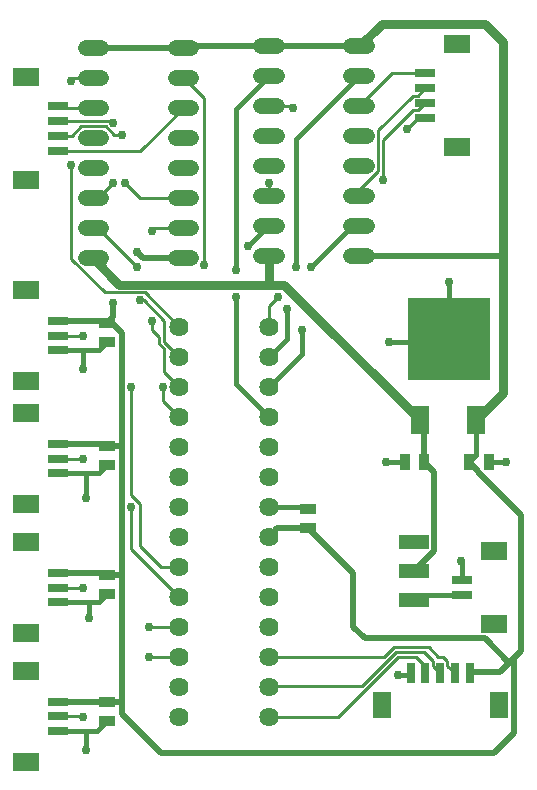
<source format=gbr>
G04 EAGLE Gerber X2 export*
%TF.Part,Single*%
%TF.FileFunction,Copper,L1,Top,Mixed*%
%TF.FilePolarity,Positive*%
%TF.GenerationSoftware,Autodesk,EAGLE,8.6.3*%
%TF.CreationDate,2018-03-05T01:58:30Z*%
G75*
%MOMM*%
%FSLAX34Y34*%
%LPD*%
%AMOC8*
5,1,8,0,0,1.08239X$1,22.5*%
G01*
%ADD10R,2.200000X1.600000*%
%ADD11R,1.800000X0.700000*%
%ADD12R,1.498600X2.489200*%
%ADD13R,7.010400X7.010400*%
%ADD14R,1.447800X0.914400*%
%ADD15R,0.914400X1.447800*%
%ADD16R,1.600000X2.200000*%
%ADD17R,0.700000X1.800000*%
%ADD18C,1.320800*%
%ADD19R,2.514600X1.244600*%
%ADD20C,1.625600*%
%ADD21C,0.381000*%
%ADD22C,0.756400*%
%ADD23C,0.254000*%
%ADD24C,0.508000*%
%ADD25C,0.762000*%


D10*
X777460Y230870D03*
X777460Y292370D03*
D11*
X750460Y255370D03*
X750460Y267870D03*
D12*
X762000Y403606D03*
D13*
X739140Y472440D03*
D12*
X714502Y403352D03*
D14*
X449580Y469392D03*
X449580Y485648D03*
X449580Y365252D03*
X449580Y381508D03*
X449580Y256032D03*
X449580Y272288D03*
X449580Y148590D03*
X449580Y164846D03*
D15*
X701548Y367792D03*
X717804Y367792D03*
X772668Y368300D03*
X756412Y368300D03*
D14*
X619760Y328168D03*
X619760Y311912D03*
D16*
X781020Y162340D03*
X682020Y162340D03*
D17*
X706520Y189340D03*
X719020Y189340D03*
X731520Y189340D03*
X744020Y189340D03*
X756520Y189340D03*
D18*
X593344Y720090D02*
X580136Y720090D01*
X580136Y694690D02*
X593344Y694690D01*
X593344Y567690D02*
X580136Y567690D01*
X580136Y542290D02*
X593344Y542290D01*
X593344Y669290D02*
X580136Y669290D01*
X580136Y643890D02*
X593344Y643890D01*
X593344Y593090D02*
X580136Y593090D01*
X580136Y618490D02*
X593344Y618490D01*
X656336Y542290D02*
X669544Y542290D01*
X669544Y567690D02*
X656336Y567690D01*
X656336Y593090D02*
X669544Y593090D01*
X669544Y618490D02*
X656336Y618490D01*
X656336Y643890D02*
X669544Y643890D01*
X669544Y669290D02*
X656336Y669290D01*
X656336Y694690D02*
X669544Y694690D01*
X669544Y720090D02*
X656336Y720090D01*
X444754Y718820D02*
X431546Y718820D01*
X431546Y693420D02*
X444754Y693420D01*
X444754Y566420D02*
X431546Y566420D01*
X431546Y541020D02*
X444754Y541020D01*
X444754Y668020D02*
X431546Y668020D01*
X431546Y642620D02*
X444754Y642620D01*
X444754Y591820D02*
X431546Y591820D01*
X431546Y617220D02*
X444754Y617220D01*
X507746Y541020D02*
X520954Y541020D01*
X520954Y566420D02*
X507746Y566420D01*
X507746Y591820D02*
X520954Y591820D01*
X520954Y617220D02*
X507746Y617220D01*
X507746Y642620D02*
X520954Y642620D01*
X520954Y668020D02*
X507746Y668020D01*
X507746Y693420D02*
X520954Y693420D01*
X520954Y718820D02*
X507746Y718820D01*
D11*
X407780Y487480D03*
X407780Y474980D03*
X407780Y462480D03*
D10*
X380780Y513480D03*
X380780Y436480D03*
D11*
X407780Y383340D03*
X407780Y370840D03*
X407780Y358340D03*
D10*
X380780Y409340D03*
X380780Y332340D03*
D11*
X407780Y274120D03*
X407780Y261620D03*
X407780Y249120D03*
D10*
X380780Y300120D03*
X380780Y223120D03*
D11*
X407780Y165154D03*
X407780Y152654D03*
X407780Y140154D03*
D10*
X380780Y191154D03*
X380780Y114154D03*
D19*
X709676Y275590D03*
X709676Y300482D03*
X709676Y250698D03*
D10*
X745710Y634930D03*
X745710Y721430D03*
D11*
X718710Y659430D03*
X718710Y671930D03*
X718710Y684430D03*
X718710Y696930D03*
D10*
X380780Y693490D03*
X380780Y606990D03*
D11*
X407780Y668990D03*
X407780Y656490D03*
X407780Y643990D03*
X407780Y631490D03*
D20*
X586740Y152400D03*
X586740Y177800D03*
X586740Y203200D03*
X586740Y228600D03*
X586740Y254000D03*
X586740Y279400D03*
X586740Y304800D03*
X586740Y330200D03*
X586740Y355600D03*
X586740Y381000D03*
X586740Y406400D03*
X586740Y431800D03*
X586740Y457200D03*
X586740Y482600D03*
X510540Y482600D03*
X510540Y457200D03*
X510540Y431800D03*
X510540Y406400D03*
X510540Y381000D03*
X510540Y355600D03*
X510540Y330200D03*
X510540Y304800D03*
X510540Y279400D03*
X510540Y254000D03*
X510540Y228600D03*
X510540Y203200D03*
X510540Y177800D03*
X510540Y152400D03*
D21*
X429260Y462480D02*
X407780Y462480D01*
X429260Y462480D02*
X442668Y462480D01*
X449580Y469392D01*
X431800Y358340D02*
X407780Y358340D01*
X431800Y358340D02*
X442668Y358340D01*
X449580Y365252D01*
X434340Y249120D02*
X407780Y249120D01*
X434340Y249120D02*
X442668Y249120D01*
X449580Y256032D01*
X431800Y140154D02*
X407780Y140154D01*
X431800Y140154D02*
X441144Y140154D01*
X449580Y148590D01*
X586740Y330200D02*
X617728Y330200D01*
X619760Y328168D01*
X772668Y368300D02*
X787400Y368300D01*
D22*
X787400Y368300D03*
D21*
X701548Y367792D02*
X686308Y367792D01*
X685800Y368300D01*
D22*
X685800Y368300D03*
D21*
X706520Y189340D02*
X705140Y187960D01*
X695960Y187960D01*
D22*
X695960Y187960D03*
D21*
X431800Y140154D02*
X431800Y124460D01*
D22*
X431800Y124460D03*
D21*
X434340Y236220D02*
X434340Y249120D01*
D22*
X434340Y236220D03*
D21*
X431800Y337820D02*
X431800Y358340D01*
D22*
X431800Y337820D03*
D21*
X429260Y447040D02*
X429260Y462480D01*
D22*
X429260Y447040D03*
D21*
X736600Y469900D02*
X739140Y472440D01*
X736600Y469900D02*
X688340Y469900D01*
D22*
X688340Y469900D03*
D21*
X739140Y472440D02*
X739140Y520700D01*
D22*
X739140Y520700D03*
D21*
X750460Y283320D02*
X750460Y267870D01*
X750460Y283320D02*
X749300Y284480D01*
D22*
X749300Y284480D03*
D23*
X718710Y659430D02*
X712770Y659430D01*
X703580Y650240D01*
D22*
X703580Y650240D03*
X607060Y668020D03*
D23*
X605790Y669290D01*
X586740Y669290D01*
D22*
X683260Y607060D03*
D23*
X712504Y665724D02*
X718710Y671930D01*
X712504Y665724D02*
X708553Y665724D01*
X683260Y640431D01*
X683260Y607060D01*
D22*
X586740Y604520D03*
D23*
X586740Y593090D01*
X712504Y678224D02*
X718710Y684430D01*
X712504Y678224D02*
X708553Y678224D01*
X662940Y598595D02*
X662940Y593090D01*
X662940Y598595D02*
X678942Y614597D01*
X678942Y648613D02*
X708553Y678224D01*
X678942Y648613D02*
X678942Y614597D01*
X690580Y696930D02*
X718710Y696930D01*
X690580Y696930D02*
X662940Y669290D01*
D22*
X462280Y645160D03*
D23*
X448647Y652018D02*
X427653Y652018D01*
X419625Y643990D02*
X407780Y643990D01*
X419625Y643990D02*
X427653Y652018D01*
X448647Y652018D02*
X455505Y645160D01*
X462280Y645160D01*
D22*
X464820Y604520D03*
D23*
X477520Y591820D01*
X514350Y591820D01*
X453490Y656490D02*
X407780Y656490D01*
X453490Y656490D02*
X454660Y655320D01*
D22*
X454660Y655320D03*
X454660Y604520D03*
D23*
X441960Y591820D01*
X438150Y591820D01*
X408750Y668020D02*
X407780Y668990D01*
X408750Y668020D02*
X438150Y668020D01*
X407780Y631490D02*
X477820Y631490D01*
X514350Y668020D01*
D21*
X762000Y403606D02*
X762000Y373888D01*
X756412Y368300D01*
D24*
X764032Y360680D01*
X764032Y359378D01*
X800100Y323310D02*
X800100Y208280D01*
X800100Y323310D02*
X764032Y359378D01*
X800100Y208280D02*
X793750Y201930D01*
X789940Y198120D01*
X782320Y190500D01*
X757680Y190500D01*
X756520Y189340D01*
X793750Y201930D02*
X793750Y138430D01*
X777240Y121920D01*
X495300Y121920D01*
X462280Y154940D01*
X462280Y165100D01*
X462280Y271780D01*
X462280Y383540D01*
X462280Y477520D01*
X454152Y485648D01*
X449580Y485648D01*
X447748Y487480D02*
X407780Y487480D01*
X447748Y487480D02*
X449580Y485648D01*
X447748Y383340D02*
X407780Y383340D01*
X447748Y383340D02*
X449580Y381508D01*
X460248Y381508D01*
X462280Y383540D01*
X447748Y274120D02*
X407780Y274120D01*
X447748Y274120D02*
X449580Y272288D01*
X461772Y272288D01*
X462280Y271780D01*
X449272Y165154D02*
X407780Y165154D01*
X449272Y165154D02*
X449580Y164846D01*
X462026Y164846D01*
X462280Y165100D01*
X586740Y304800D02*
X593852Y311912D01*
X619760Y311912D01*
X657860Y273812D01*
X657860Y228600D01*
X769254Y218806D02*
X789940Y198120D01*
X667654Y218806D02*
X657860Y228600D01*
X667654Y218806D02*
X769254Y218806D01*
X514350Y718820D02*
X438150Y718820D01*
X514350Y718820D02*
X515620Y720090D01*
X586740Y720090D01*
X662940Y720090D01*
D25*
X784860Y426466D02*
X762000Y403606D01*
X784860Y426466D02*
X784860Y541020D01*
X784860Y723900D01*
X769620Y739140D01*
X681990Y739140D01*
X662940Y720090D01*
D24*
X662940Y542290D02*
X783590Y542290D01*
X784860Y541020D01*
X454660Y490728D02*
X449580Y485648D01*
X454660Y490728D02*
X454660Y502920D01*
D22*
X454660Y502920D03*
X474980Y546100D03*
D24*
X480060Y541020D01*
X514350Y541020D01*
D23*
X429260Y370840D02*
X407780Y370840D01*
D22*
X429260Y370840D03*
X470126Y330200D03*
D23*
X470126Y294414D01*
X510540Y254000D01*
X429260Y474980D02*
X407780Y474980D01*
D22*
X429260Y474980D03*
X470126Y431800D03*
D23*
X470126Y340134D01*
X477520Y332740D01*
X477520Y297180D01*
X495300Y279400D01*
X510540Y279400D01*
X429260Y261620D02*
X407780Y261620D01*
D22*
X429260Y261620D03*
X485140Y228600D03*
D23*
X510540Y228600D01*
X429006Y152654D02*
X407780Y152654D01*
X429006Y152654D02*
X429260Y152400D01*
D22*
X429260Y152400D03*
X485140Y203200D03*
D23*
X510540Y203200D01*
X665146Y178134D02*
X694277Y207264D01*
X725314Y195546D02*
X731520Y189340D01*
X725314Y195546D02*
X725314Y199497D01*
X717547Y207264D01*
X694277Y207264D01*
X665146Y178134D02*
X587074Y178134D01*
X586740Y177800D01*
X737814Y195546D02*
X744020Y189340D01*
X737814Y195546D02*
X737814Y199497D01*
X684465Y203200D02*
X586740Y203200D01*
X684465Y203200D02*
X692593Y211328D01*
X730160Y203200D02*
X734111Y203200D01*
X730160Y203200D02*
X722032Y211328D01*
X734111Y203200D02*
X737814Y199497D01*
X722032Y211328D02*
X692593Y211328D01*
X719020Y195380D02*
X719020Y189340D01*
X719020Y195380D02*
X711200Y203200D01*
X695960Y203200D01*
X645160Y152400D01*
X586740Y152400D01*
D21*
X558800Y666750D02*
X586740Y694690D01*
X558800Y666750D02*
X558800Y530860D01*
D22*
X558800Y530860D03*
X558800Y508000D03*
D21*
X558800Y434340D01*
X586740Y406400D01*
D23*
X586740Y482600D02*
X586740Y500380D01*
X594360Y508000D01*
D22*
X594360Y508000D03*
X609600Y533400D03*
D21*
X609600Y641350D01*
X662940Y694690D01*
X601980Y472440D02*
X586740Y457200D01*
X601980Y472440D02*
X601980Y497840D01*
D22*
X601980Y497840D03*
X622300Y533400D03*
D21*
X656590Y567690D01*
X662940Y567690D01*
X614680Y459740D02*
X586740Y431800D01*
X614680Y459740D02*
X614680Y480060D01*
D22*
X614680Y480060D03*
X568960Y551180D03*
D21*
X585470Y567690D01*
X586740Y567690D01*
D22*
X419100Y619760D03*
D23*
X481584Y511556D02*
X510540Y482600D01*
X481584Y511556D02*
X447719Y511556D01*
X419100Y540175D01*
X419100Y619760D01*
D22*
X419100Y690880D03*
D23*
X421640Y693420D01*
X438150Y693420D01*
X497840Y469900D02*
X510540Y457200D01*
X497840Y469900D02*
X497840Y487680D01*
X480540Y504980D01*
X477520Y504980D01*
D22*
X477520Y504980D03*
X474980Y533400D03*
D23*
X441960Y566420D01*
X438150Y566420D01*
X497106Y419834D02*
X510540Y406400D01*
X497106Y419834D02*
X497106Y431800D01*
D22*
X497106Y431800D03*
X531789Y535011D03*
D23*
X531789Y675981D01*
X514350Y693420D01*
X497840Y444500D02*
X510540Y431800D01*
X497840Y464153D02*
X493776Y468217D01*
X493776Y473964D01*
X497840Y464153D02*
X497840Y444500D01*
X487680Y480060D02*
X487680Y487680D01*
D22*
X487680Y487680D03*
X487680Y563880D03*
D23*
X490220Y566420D01*
X514350Y566420D01*
X487680Y480060D02*
X493776Y473964D01*
D21*
X714348Y255370D02*
X750460Y255370D01*
X714348Y255370D02*
X709676Y250698D01*
D24*
X709676Y275590D02*
X726440Y292354D01*
X726440Y359156D02*
X717804Y367792D01*
X726440Y359156D02*
X726440Y292354D01*
X717804Y367792D02*
X717804Y400050D01*
X714502Y403352D01*
D25*
X599694Y518160D01*
X586740Y518160D01*
X459740Y518160D01*
X438150Y539750D01*
X438150Y541020D01*
X586740Y542290D02*
X586740Y518160D01*
M02*

</source>
